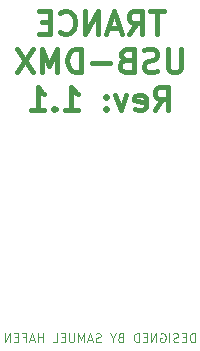
<source format=gbr>
%TF.GenerationSoftware,KiCad,Pcbnew,9.0.2+dfsg-1*%
%TF.CreationDate,2025-09-09T19:53:17+02:00*%
%TF.ProjectId,usb-dmx,7573622d-646d-4782-9e6b-696361645f70,1*%
%TF.SameCoordinates,Original*%
%TF.FileFunction,Legend,Bot*%
%TF.FilePolarity,Positive*%
%FSLAX46Y46*%
G04 Gerber Fmt 4.6, Leading zero omitted, Abs format (unit mm)*
G04 Created by KiCad (PCBNEW 9.0.2+dfsg-1) date 2025-09-09 19:53:17*
%MOMM*%
%LPD*%
G01*
G04 APERTURE LIST*
%ADD10C,0.093750*%
%ADD11C,0.400000*%
G04 APERTURE END LIST*
D10*
X108017856Y-93342089D02*
X108017856Y-92592089D01*
X108017856Y-92592089D02*
X107839285Y-92592089D01*
X107839285Y-92592089D02*
X107732142Y-92627803D01*
X107732142Y-92627803D02*
X107660713Y-92699232D01*
X107660713Y-92699232D02*
X107624999Y-92770660D01*
X107624999Y-92770660D02*
X107589285Y-92913517D01*
X107589285Y-92913517D02*
X107589285Y-93020660D01*
X107589285Y-93020660D02*
X107624999Y-93163517D01*
X107624999Y-93163517D02*
X107660713Y-93234946D01*
X107660713Y-93234946D02*
X107732142Y-93306375D01*
X107732142Y-93306375D02*
X107839285Y-93342089D01*
X107839285Y-93342089D02*
X108017856Y-93342089D01*
X107267856Y-92949232D02*
X107017856Y-92949232D01*
X106910713Y-93342089D02*
X107267856Y-93342089D01*
X107267856Y-93342089D02*
X107267856Y-92592089D01*
X107267856Y-92592089D02*
X106910713Y-92592089D01*
X106624999Y-93306375D02*
X106517857Y-93342089D01*
X106517857Y-93342089D02*
X106339285Y-93342089D01*
X106339285Y-93342089D02*
X106267857Y-93306375D01*
X106267857Y-93306375D02*
X106232142Y-93270660D01*
X106232142Y-93270660D02*
X106196428Y-93199232D01*
X106196428Y-93199232D02*
X106196428Y-93127803D01*
X106196428Y-93127803D02*
X106232142Y-93056375D01*
X106232142Y-93056375D02*
X106267857Y-93020660D01*
X106267857Y-93020660D02*
X106339285Y-92984946D01*
X106339285Y-92984946D02*
X106482142Y-92949232D01*
X106482142Y-92949232D02*
X106553571Y-92913517D01*
X106553571Y-92913517D02*
X106589285Y-92877803D01*
X106589285Y-92877803D02*
X106624999Y-92806375D01*
X106624999Y-92806375D02*
X106624999Y-92734946D01*
X106624999Y-92734946D02*
X106589285Y-92663517D01*
X106589285Y-92663517D02*
X106553571Y-92627803D01*
X106553571Y-92627803D02*
X106482142Y-92592089D01*
X106482142Y-92592089D02*
X106303571Y-92592089D01*
X106303571Y-92592089D02*
X106196428Y-92627803D01*
X105874999Y-93342089D02*
X105874999Y-92592089D01*
X105124999Y-92627803D02*
X105196428Y-92592089D01*
X105196428Y-92592089D02*
X105303570Y-92592089D01*
X105303570Y-92592089D02*
X105410713Y-92627803D01*
X105410713Y-92627803D02*
X105482142Y-92699232D01*
X105482142Y-92699232D02*
X105517856Y-92770660D01*
X105517856Y-92770660D02*
X105553570Y-92913517D01*
X105553570Y-92913517D02*
X105553570Y-93020660D01*
X105553570Y-93020660D02*
X105517856Y-93163517D01*
X105517856Y-93163517D02*
X105482142Y-93234946D01*
X105482142Y-93234946D02*
X105410713Y-93306375D01*
X105410713Y-93306375D02*
X105303570Y-93342089D01*
X105303570Y-93342089D02*
X105232142Y-93342089D01*
X105232142Y-93342089D02*
X105124999Y-93306375D01*
X105124999Y-93306375D02*
X105089285Y-93270660D01*
X105089285Y-93270660D02*
X105089285Y-93020660D01*
X105089285Y-93020660D02*
X105232142Y-93020660D01*
X104767856Y-93342089D02*
X104767856Y-92592089D01*
X104767856Y-92592089D02*
X104339285Y-93342089D01*
X104339285Y-93342089D02*
X104339285Y-92592089D01*
X103982142Y-92949232D02*
X103732142Y-92949232D01*
X103624999Y-93342089D02*
X103982142Y-93342089D01*
X103982142Y-93342089D02*
X103982142Y-92592089D01*
X103982142Y-92592089D02*
X103624999Y-92592089D01*
X103303571Y-93342089D02*
X103303571Y-92592089D01*
X103303571Y-92592089D02*
X103125000Y-92592089D01*
X103125000Y-92592089D02*
X103017857Y-92627803D01*
X103017857Y-92627803D02*
X102946428Y-92699232D01*
X102946428Y-92699232D02*
X102910714Y-92770660D01*
X102910714Y-92770660D02*
X102875000Y-92913517D01*
X102875000Y-92913517D02*
X102875000Y-93020660D01*
X102875000Y-93020660D02*
X102910714Y-93163517D01*
X102910714Y-93163517D02*
X102946428Y-93234946D01*
X102946428Y-93234946D02*
X103017857Y-93306375D01*
X103017857Y-93306375D02*
X103125000Y-93342089D01*
X103125000Y-93342089D02*
X103303571Y-93342089D01*
X101732142Y-92949232D02*
X101624999Y-92984946D01*
X101624999Y-92984946D02*
X101589285Y-93020660D01*
X101589285Y-93020660D02*
X101553571Y-93092089D01*
X101553571Y-93092089D02*
X101553571Y-93199232D01*
X101553571Y-93199232D02*
X101589285Y-93270660D01*
X101589285Y-93270660D02*
X101624999Y-93306375D01*
X101624999Y-93306375D02*
X101696428Y-93342089D01*
X101696428Y-93342089D02*
X101982142Y-93342089D01*
X101982142Y-93342089D02*
X101982142Y-92592089D01*
X101982142Y-92592089D02*
X101732142Y-92592089D01*
X101732142Y-92592089D02*
X101660714Y-92627803D01*
X101660714Y-92627803D02*
X101624999Y-92663517D01*
X101624999Y-92663517D02*
X101589285Y-92734946D01*
X101589285Y-92734946D02*
X101589285Y-92806375D01*
X101589285Y-92806375D02*
X101624999Y-92877803D01*
X101624999Y-92877803D02*
X101660714Y-92913517D01*
X101660714Y-92913517D02*
X101732142Y-92949232D01*
X101732142Y-92949232D02*
X101982142Y-92949232D01*
X101089285Y-92984946D02*
X101089285Y-93342089D01*
X101339285Y-92592089D02*
X101089285Y-92984946D01*
X101089285Y-92984946D02*
X100839285Y-92592089D01*
X100053570Y-93306375D02*
X99946428Y-93342089D01*
X99946428Y-93342089D02*
X99767856Y-93342089D01*
X99767856Y-93342089D02*
X99696428Y-93306375D01*
X99696428Y-93306375D02*
X99660713Y-93270660D01*
X99660713Y-93270660D02*
X99624999Y-93199232D01*
X99624999Y-93199232D02*
X99624999Y-93127803D01*
X99624999Y-93127803D02*
X99660713Y-93056375D01*
X99660713Y-93056375D02*
X99696428Y-93020660D01*
X99696428Y-93020660D02*
X99767856Y-92984946D01*
X99767856Y-92984946D02*
X99910713Y-92949232D01*
X99910713Y-92949232D02*
X99982142Y-92913517D01*
X99982142Y-92913517D02*
X100017856Y-92877803D01*
X100017856Y-92877803D02*
X100053570Y-92806375D01*
X100053570Y-92806375D02*
X100053570Y-92734946D01*
X100053570Y-92734946D02*
X100017856Y-92663517D01*
X100017856Y-92663517D02*
X99982142Y-92627803D01*
X99982142Y-92627803D02*
X99910713Y-92592089D01*
X99910713Y-92592089D02*
X99732142Y-92592089D01*
X99732142Y-92592089D02*
X99624999Y-92627803D01*
X99339284Y-93127803D02*
X98982142Y-93127803D01*
X99410713Y-93342089D02*
X99160713Y-92592089D01*
X99160713Y-92592089D02*
X98910713Y-93342089D01*
X98660713Y-93342089D02*
X98660713Y-92592089D01*
X98660713Y-92592089D02*
X98410713Y-93127803D01*
X98410713Y-93127803D02*
X98160713Y-92592089D01*
X98160713Y-92592089D02*
X98160713Y-93342089D01*
X97803570Y-92592089D02*
X97803570Y-93199232D01*
X97803570Y-93199232D02*
X97767856Y-93270660D01*
X97767856Y-93270660D02*
X97732142Y-93306375D01*
X97732142Y-93306375D02*
X97660713Y-93342089D01*
X97660713Y-93342089D02*
X97517856Y-93342089D01*
X97517856Y-93342089D02*
X97446427Y-93306375D01*
X97446427Y-93306375D02*
X97410713Y-93270660D01*
X97410713Y-93270660D02*
X97374999Y-93199232D01*
X97374999Y-93199232D02*
X97374999Y-92592089D01*
X97017856Y-92949232D02*
X96767856Y-92949232D01*
X96660713Y-93342089D02*
X97017856Y-93342089D01*
X97017856Y-93342089D02*
X97017856Y-92592089D01*
X97017856Y-92592089D02*
X96660713Y-92592089D01*
X95982142Y-93342089D02*
X96339285Y-93342089D01*
X96339285Y-93342089D02*
X96339285Y-92592089D01*
X95160713Y-93342089D02*
X95160713Y-92592089D01*
X95160713Y-92949232D02*
X94732142Y-92949232D01*
X94732142Y-93342089D02*
X94732142Y-92592089D01*
X94410713Y-93127803D02*
X94053571Y-93127803D01*
X94482142Y-93342089D02*
X94232142Y-92592089D01*
X94232142Y-92592089D02*
X93982142Y-93342089D01*
X93482142Y-92949232D02*
X93732142Y-92949232D01*
X93732142Y-93342089D02*
X93732142Y-92592089D01*
X93732142Y-92592089D02*
X93374999Y-92592089D01*
X93089285Y-92949232D02*
X92839285Y-92949232D01*
X92732142Y-93342089D02*
X93089285Y-93342089D01*
X93089285Y-93342089D02*
X93089285Y-92592089D01*
X93089285Y-92592089D02*
X92732142Y-92592089D01*
X92410714Y-93342089D02*
X92410714Y-92592089D01*
X92410714Y-92592089D02*
X91982143Y-93342089D01*
X91982143Y-93342089D02*
X91982143Y-92592089D01*
D11*
X105380952Y-65294662D02*
X104238095Y-65294662D01*
X104809524Y-67294662D02*
X104809524Y-65294662D01*
X102428571Y-67294662D02*
X103095238Y-66342281D01*
X103571428Y-67294662D02*
X103571428Y-65294662D01*
X103571428Y-65294662D02*
X102809523Y-65294662D01*
X102809523Y-65294662D02*
X102619047Y-65389900D01*
X102619047Y-65389900D02*
X102523809Y-65485138D01*
X102523809Y-65485138D02*
X102428571Y-65675614D01*
X102428571Y-65675614D02*
X102428571Y-65961328D01*
X102428571Y-65961328D02*
X102523809Y-66151804D01*
X102523809Y-66151804D02*
X102619047Y-66247043D01*
X102619047Y-66247043D02*
X102809523Y-66342281D01*
X102809523Y-66342281D02*
X103571428Y-66342281D01*
X101666666Y-66723233D02*
X100714285Y-66723233D01*
X101857142Y-67294662D02*
X101190476Y-65294662D01*
X101190476Y-65294662D02*
X100523809Y-67294662D01*
X99857142Y-67294662D02*
X99857142Y-65294662D01*
X99857142Y-65294662D02*
X98714285Y-67294662D01*
X98714285Y-67294662D02*
X98714285Y-65294662D01*
X96619047Y-67104185D02*
X96714285Y-67199424D01*
X96714285Y-67199424D02*
X96999999Y-67294662D01*
X96999999Y-67294662D02*
X97190475Y-67294662D01*
X97190475Y-67294662D02*
X97476190Y-67199424D01*
X97476190Y-67199424D02*
X97666666Y-67008947D01*
X97666666Y-67008947D02*
X97761904Y-66818471D01*
X97761904Y-66818471D02*
X97857142Y-66437519D01*
X97857142Y-66437519D02*
X97857142Y-66151804D01*
X97857142Y-66151804D02*
X97761904Y-65770852D01*
X97761904Y-65770852D02*
X97666666Y-65580376D01*
X97666666Y-65580376D02*
X97476190Y-65389900D01*
X97476190Y-65389900D02*
X97190475Y-65294662D01*
X97190475Y-65294662D02*
X96999999Y-65294662D01*
X96999999Y-65294662D02*
X96714285Y-65389900D01*
X96714285Y-65389900D02*
X96619047Y-65485138D01*
X95761904Y-66247043D02*
X95095237Y-66247043D01*
X94809523Y-67294662D02*
X95761904Y-67294662D01*
X95761904Y-67294662D02*
X95761904Y-65294662D01*
X95761904Y-65294662D02*
X94809523Y-65294662D01*
X106857142Y-68514550D02*
X106857142Y-70133597D01*
X106857142Y-70133597D02*
X106761904Y-70324073D01*
X106761904Y-70324073D02*
X106666666Y-70419312D01*
X106666666Y-70419312D02*
X106476190Y-70514550D01*
X106476190Y-70514550D02*
X106095237Y-70514550D01*
X106095237Y-70514550D02*
X105904761Y-70419312D01*
X105904761Y-70419312D02*
X105809523Y-70324073D01*
X105809523Y-70324073D02*
X105714285Y-70133597D01*
X105714285Y-70133597D02*
X105714285Y-68514550D01*
X104857142Y-70419312D02*
X104571428Y-70514550D01*
X104571428Y-70514550D02*
X104095237Y-70514550D01*
X104095237Y-70514550D02*
X103904761Y-70419312D01*
X103904761Y-70419312D02*
X103809523Y-70324073D01*
X103809523Y-70324073D02*
X103714285Y-70133597D01*
X103714285Y-70133597D02*
X103714285Y-69943121D01*
X103714285Y-69943121D02*
X103809523Y-69752645D01*
X103809523Y-69752645D02*
X103904761Y-69657407D01*
X103904761Y-69657407D02*
X104095237Y-69562169D01*
X104095237Y-69562169D02*
X104476190Y-69466931D01*
X104476190Y-69466931D02*
X104666666Y-69371692D01*
X104666666Y-69371692D02*
X104761904Y-69276454D01*
X104761904Y-69276454D02*
X104857142Y-69085978D01*
X104857142Y-69085978D02*
X104857142Y-68895502D01*
X104857142Y-68895502D02*
X104761904Y-68705026D01*
X104761904Y-68705026D02*
X104666666Y-68609788D01*
X104666666Y-68609788D02*
X104476190Y-68514550D01*
X104476190Y-68514550D02*
X103999999Y-68514550D01*
X103999999Y-68514550D02*
X103714285Y-68609788D01*
X102190475Y-69466931D02*
X101904761Y-69562169D01*
X101904761Y-69562169D02*
X101809523Y-69657407D01*
X101809523Y-69657407D02*
X101714285Y-69847883D01*
X101714285Y-69847883D02*
X101714285Y-70133597D01*
X101714285Y-70133597D02*
X101809523Y-70324073D01*
X101809523Y-70324073D02*
X101904761Y-70419312D01*
X101904761Y-70419312D02*
X102095237Y-70514550D01*
X102095237Y-70514550D02*
X102857142Y-70514550D01*
X102857142Y-70514550D02*
X102857142Y-68514550D01*
X102857142Y-68514550D02*
X102190475Y-68514550D01*
X102190475Y-68514550D02*
X101999999Y-68609788D01*
X101999999Y-68609788D02*
X101904761Y-68705026D01*
X101904761Y-68705026D02*
X101809523Y-68895502D01*
X101809523Y-68895502D02*
X101809523Y-69085978D01*
X101809523Y-69085978D02*
X101904761Y-69276454D01*
X101904761Y-69276454D02*
X101999999Y-69371692D01*
X101999999Y-69371692D02*
X102190475Y-69466931D01*
X102190475Y-69466931D02*
X102857142Y-69466931D01*
X100857142Y-69752645D02*
X99333333Y-69752645D01*
X98380952Y-70514550D02*
X98380952Y-68514550D01*
X98380952Y-68514550D02*
X97904762Y-68514550D01*
X97904762Y-68514550D02*
X97619047Y-68609788D01*
X97619047Y-68609788D02*
X97428571Y-68800264D01*
X97428571Y-68800264D02*
X97333333Y-68990740D01*
X97333333Y-68990740D02*
X97238095Y-69371692D01*
X97238095Y-69371692D02*
X97238095Y-69657407D01*
X97238095Y-69657407D02*
X97333333Y-70038359D01*
X97333333Y-70038359D02*
X97428571Y-70228835D01*
X97428571Y-70228835D02*
X97619047Y-70419312D01*
X97619047Y-70419312D02*
X97904762Y-70514550D01*
X97904762Y-70514550D02*
X98380952Y-70514550D01*
X96380952Y-70514550D02*
X96380952Y-68514550D01*
X96380952Y-68514550D02*
X95714285Y-69943121D01*
X95714285Y-69943121D02*
X95047619Y-68514550D01*
X95047619Y-68514550D02*
X95047619Y-70514550D01*
X94285714Y-68514550D02*
X92952381Y-70514550D01*
X92952381Y-68514550D02*
X94285714Y-70514550D01*
X104619048Y-73734438D02*
X105285715Y-72782057D01*
X105761905Y-73734438D02*
X105761905Y-71734438D01*
X105761905Y-71734438D02*
X105000000Y-71734438D01*
X105000000Y-71734438D02*
X104809524Y-71829676D01*
X104809524Y-71829676D02*
X104714286Y-71924914D01*
X104714286Y-71924914D02*
X104619048Y-72115390D01*
X104619048Y-72115390D02*
X104619048Y-72401104D01*
X104619048Y-72401104D02*
X104714286Y-72591580D01*
X104714286Y-72591580D02*
X104809524Y-72686819D01*
X104809524Y-72686819D02*
X105000000Y-72782057D01*
X105000000Y-72782057D02*
X105761905Y-72782057D01*
X103000000Y-73639200D02*
X103190476Y-73734438D01*
X103190476Y-73734438D02*
X103571429Y-73734438D01*
X103571429Y-73734438D02*
X103761905Y-73639200D01*
X103761905Y-73639200D02*
X103857143Y-73448723D01*
X103857143Y-73448723D02*
X103857143Y-72686819D01*
X103857143Y-72686819D02*
X103761905Y-72496342D01*
X103761905Y-72496342D02*
X103571429Y-72401104D01*
X103571429Y-72401104D02*
X103190476Y-72401104D01*
X103190476Y-72401104D02*
X103000000Y-72496342D01*
X103000000Y-72496342D02*
X102904762Y-72686819D01*
X102904762Y-72686819D02*
X102904762Y-72877295D01*
X102904762Y-72877295D02*
X103857143Y-73067771D01*
X102238095Y-72401104D02*
X101761905Y-73734438D01*
X101761905Y-73734438D02*
X101285714Y-72401104D01*
X100523809Y-73543961D02*
X100428571Y-73639200D01*
X100428571Y-73639200D02*
X100523809Y-73734438D01*
X100523809Y-73734438D02*
X100619047Y-73639200D01*
X100619047Y-73639200D02*
X100523809Y-73543961D01*
X100523809Y-73543961D02*
X100523809Y-73734438D01*
X100523809Y-72496342D02*
X100428571Y-72591580D01*
X100428571Y-72591580D02*
X100523809Y-72686819D01*
X100523809Y-72686819D02*
X100619047Y-72591580D01*
X100619047Y-72591580D02*
X100523809Y-72496342D01*
X100523809Y-72496342D02*
X100523809Y-72686819D01*
X96999999Y-73734438D02*
X98142856Y-73734438D01*
X97571428Y-73734438D02*
X97571428Y-71734438D01*
X97571428Y-71734438D02*
X97761904Y-72020152D01*
X97761904Y-72020152D02*
X97952380Y-72210628D01*
X97952380Y-72210628D02*
X98142856Y-72305866D01*
X96142856Y-73543961D02*
X96047618Y-73639200D01*
X96047618Y-73639200D02*
X96142856Y-73734438D01*
X96142856Y-73734438D02*
X96238094Y-73639200D01*
X96238094Y-73639200D02*
X96142856Y-73543961D01*
X96142856Y-73543961D02*
X96142856Y-73734438D01*
X94142856Y-73734438D02*
X95285713Y-73734438D01*
X94714285Y-73734438D02*
X94714285Y-71734438D01*
X94714285Y-71734438D02*
X94904761Y-72020152D01*
X94904761Y-72020152D02*
X95095237Y-72210628D01*
X95095237Y-72210628D02*
X95285713Y-72305866D01*
M02*

</source>
